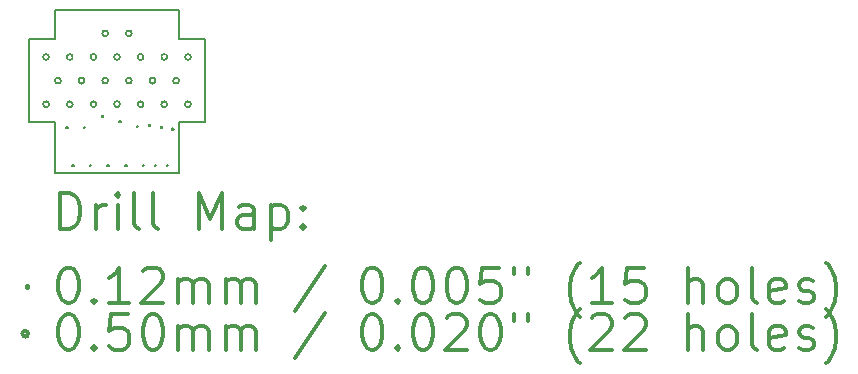
<source format=gbr>
%FSLAX45Y45*%
G04 Gerber Fmt 4.5, Leading zero omitted, Abs format (unit mm)*
G04 Created by KiCad (PCBNEW 4.0.7) date 07/03/18 10:56:48*
%MOMM*%
%LPD*%
G01*
G04 APERTURE LIST*
%ADD10C,0.127000*%
%ADD11C,0.150000*%
%ADD12C,0.200000*%
%ADD13C,0.300000*%
G04 APERTURE END LIST*
D10*
D11*
X16070000Y-9720000D02*
X16050000Y-9720000D01*
X16050000Y-10420000D02*
X16070000Y-10420000D01*
X14600000Y-10420000D02*
X14580000Y-10420000D01*
X14600000Y-9720000D02*
X14580000Y-9720000D01*
X15850000Y-9470000D02*
X14800000Y-9470000D01*
X15850000Y-9720000D02*
X15850000Y-9470000D01*
X14800000Y-9720000D02*
X14800000Y-9470000D01*
X16050000Y-9720000D02*
X15850000Y-9720000D01*
X16070000Y-10420000D02*
X16070000Y-9720000D01*
X15850000Y-10420000D02*
X16050000Y-10420000D01*
X15850000Y-10850000D02*
X15850000Y-10420000D01*
X14600000Y-9720000D02*
X14800000Y-9720000D01*
X14580000Y-10420000D02*
X14580000Y-9720000D01*
X14800000Y-10420000D02*
X14600000Y-10420000D01*
X14800000Y-10850000D02*
X14800000Y-10420000D01*
X15850000Y-10850000D02*
X14800000Y-10850000D01*
D12*
X14893860Y-10460074D02*
X14906360Y-10472574D01*
X14906360Y-10460074D02*
X14893860Y-10472574D01*
X14944190Y-10780622D02*
X14956690Y-10793122D01*
X14956690Y-10780622D02*
X14944190Y-10793122D01*
X15043860Y-10462872D02*
X15056360Y-10475372D01*
X15056360Y-10462872D02*
X15043860Y-10475372D01*
X15094050Y-10780622D02*
X15106550Y-10793122D01*
X15106550Y-10780622D02*
X15094050Y-10793122D01*
X15193860Y-10363046D02*
X15206360Y-10375546D01*
X15206360Y-10363046D02*
X15193860Y-10375546D01*
X15244418Y-10780622D02*
X15256918Y-10793122D01*
X15256918Y-10780622D02*
X15244418Y-10793122D01*
X15343860Y-10408640D02*
X15356360Y-10421140D01*
X15356360Y-10408640D02*
X15343860Y-10421140D01*
X15394278Y-10780622D02*
X15406778Y-10793122D01*
X15406778Y-10780622D02*
X15394278Y-10793122D01*
X15493860Y-10453640D02*
X15506360Y-10466140D01*
X15506360Y-10453640D02*
X15493860Y-10466140D01*
X15544138Y-10780622D02*
X15556638Y-10793122D01*
X15556638Y-10780622D02*
X15544138Y-10793122D01*
X15593922Y-10438484D02*
X15606422Y-10450984D01*
X15606422Y-10438484D02*
X15593922Y-10450984D01*
X15644214Y-10780622D02*
X15656714Y-10793122D01*
X15656714Y-10780622D02*
X15644214Y-10793122D01*
X15694074Y-10454918D02*
X15706574Y-10467418D01*
X15706574Y-10454918D02*
X15694074Y-10467418D01*
X15744290Y-10780622D02*
X15756790Y-10793122D01*
X15756790Y-10780622D02*
X15744290Y-10793122D01*
X15792860Y-10471758D02*
X15805360Y-10484258D01*
X15805360Y-10471758D02*
X15792860Y-10484258D01*
X14750000Y-9870000D02*
G75*
G03X14750000Y-9870000I-25000J0D01*
G01*
X14750000Y-10270000D02*
G75*
G03X14750000Y-10270000I-25000J0D01*
G01*
X14850000Y-10070000D02*
G75*
G03X14850000Y-10070000I-25000J0D01*
G01*
X14950000Y-9870000D02*
G75*
G03X14950000Y-9870000I-25000J0D01*
G01*
X14950000Y-10270000D02*
G75*
G03X14950000Y-10270000I-25000J0D01*
G01*
X15050000Y-10070000D02*
G75*
G03X15050000Y-10070000I-25000J0D01*
G01*
X15150000Y-9870000D02*
G75*
G03X15150000Y-9870000I-25000J0D01*
G01*
X15150000Y-10270000D02*
G75*
G03X15150000Y-10270000I-25000J0D01*
G01*
X15250000Y-9670000D02*
G75*
G03X15250000Y-9670000I-25000J0D01*
G01*
X15250000Y-10070000D02*
G75*
G03X15250000Y-10070000I-25000J0D01*
G01*
X15350000Y-9870000D02*
G75*
G03X15350000Y-9870000I-25000J0D01*
G01*
X15350000Y-10270000D02*
G75*
G03X15350000Y-10270000I-25000J0D01*
G01*
X15450000Y-9670000D02*
G75*
G03X15450000Y-9670000I-25000J0D01*
G01*
X15450000Y-10070000D02*
G75*
G03X15450000Y-10070000I-25000J0D01*
G01*
X15550000Y-9870000D02*
G75*
G03X15550000Y-9870000I-25000J0D01*
G01*
X15550000Y-10270000D02*
G75*
G03X15550000Y-10270000I-25000J0D01*
G01*
X15650000Y-10070000D02*
G75*
G03X15650000Y-10070000I-25000J0D01*
G01*
X15750000Y-9870000D02*
G75*
G03X15750000Y-9870000I-25000J0D01*
G01*
X15750000Y-10270000D02*
G75*
G03X15750000Y-10270000I-25000J0D01*
G01*
X15850000Y-10070000D02*
G75*
G03X15850000Y-10070000I-25000J0D01*
G01*
X15950000Y-9870000D02*
G75*
G03X15950000Y-9870000I-25000J0D01*
G01*
X15950000Y-10270000D02*
G75*
G03X15950000Y-10270000I-25000J0D01*
G01*
D13*
X14843928Y-11323214D02*
X14843928Y-11023214D01*
X14915357Y-11023214D01*
X14958214Y-11037500D01*
X14986786Y-11066072D01*
X15001071Y-11094643D01*
X15015357Y-11151786D01*
X15015357Y-11194643D01*
X15001071Y-11251786D01*
X14986786Y-11280357D01*
X14958214Y-11308929D01*
X14915357Y-11323214D01*
X14843928Y-11323214D01*
X15143928Y-11323214D02*
X15143928Y-11123214D01*
X15143928Y-11180357D02*
X15158214Y-11151786D01*
X15172500Y-11137500D01*
X15201071Y-11123214D01*
X15229643Y-11123214D01*
X15329643Y-11323214D02*
X15329643Y-11123214D01*
X15329643Y-11023214D02*
X15315357Y-11037500D01*
X15329643Y-11051786D01*
X15343928Y-11037500D01*
X15329643Y-11023214D01*
X15329643Y-11051786D01*
X15515357Y-11323214D02*
X15486786Y-11308929D01*
X15472500Y-11280357D01*
X15472500Y-11023214D01*
X15672500Y-11323214D02*
X15643928Y-11308929D01*
X15629643Y-11280357D01*
X15629643Y-11023214D01*
X16015357Y-11323214D02*
X16015357Y-11023214D01*
X16115357Y-11237500D01*
X16215357Y-11023214D01*
X16215357Y-11323214D01*
X16486786Y-11323214D02*
X16486786Y-11166072D01*
X16472500Y-11137500D01*
X16443928Y-11123214D01*
X16386786Y-11123214D01*
X16358214Y-11137500D01*
X16486786Y-11308929D02*
X16458214Y-11323214D01*
X16386786Y-11323214D01*
X16358214Y-11308929D01*
X16343928Y-11280357D01*
X16343928Y-11251786D01*
X16358214Y-11223214D01*
X16386786Y-11208929D01*
X16458214Y-11208929D01*
X16486786Y-11194643D01*
X16629643Y-11123214D02*
X16629643Y-11423214D01*
X16629643Y-11137500D02*
X16658214Y-11123214D01*
X16715357Y-11123214D01*
X16743928Y-11137500D01*
X16758214Y-11151786D01*
X16772500Y-11180357D01*
X16772500Y-11266071D01*
X16758214Y-11294643D01*
X16743928Y-11308929D01*
X16715357Y-11323214D01*
X16658214Y-11323214D01*
X16629643Y-11308929D01*
X16901071Y-11294643D02*
X16915357Y-11308929D01*
X16901071Y-11323214D01*
X16886786Y-11308929D01*
X16901071Y-11294643D01*
X16901071Y-11323214D01*
X16901071Y-11137500D02*
X16915357Y-11151786D01*
X16901071Y-11166072D01*
X16886786Y-11151786D01*
X16901071Y-11137500D01*
X16901071Y-11166072D01*
X14560000Y-11811250D02*
X14572500Y-11823750D01*
X14572500Y-11811250D02*
X14560000Y-11823750D01*
X14901071Y-11653214D02*
X14929643Y-11653214D01*
X14958214Y-11667500D01*
X14972500Y-11681786D01*
X14986786Y-11710357D01*
X15001071Y-11767500D01*
X15001071Y-11838929D01*
X14986786Y-11896071D01*
X14972500Y-11924643D01*
X14958214Y-11938929D01*
X14929643Y-11953214D01*
X14901071Y-11953214D01*
X14872500Y-11938929D01*
X14858214Y-11924643D01*
X14843928Y-11896071D01*
X14829643Y-11838929D01*
X14829643Y-11767500D01*
X14843928Y-11710357D01*
X14858214Y-11681786D01*
X14872500Y-11667500D01*
X14901071Y-11653214D01*
X15129643Y-11924643D02*
X15143928Y-11938929D01*
X15129643Y-11953214D01*
X15115357Y-11938929D01*
X15129643Y-11924643D01*
X15129643Y-11953214D01*
X15429643Y-11953214D02*
X15258214Y-11953214D01*
X15343928Y-11953214D02*
X15343928Y-11653214D01*
X15315357Y-11696071D01*
X15286786Y-11724643D01*
X15258214Y-11738929D01*
X15543928Y-11681786D02*
X15558214Y-11667500D01*
X15586786Y-11653214D01*
X15658214Y-11653214D01*
X15686786Y-11667500D01*
X15701071Y-11681786D01*
X15715357Y-11710357D01*
X15715357Y-11738929D01*
X15701071Y-11781786D01*
X15529643Y-11953214D01*
X15715357Y-11953214D01*
X15843928Y-11953214D02*
X15843928Y-11753214D01*
X15843928Y-11781786D02*
X15858214Y-11767500D01*
X15886786Y-11753214D01*
X15929643Y-11753214D01*
X15958214Y-11767500D01*
X15972500Y-11796071D01*
X15972500Y-11953214D01*
X15972500Y-11796071D02*
X15986786Y-11767500D01*
X16015357Y-11753214D01*
X16058214Y-11753214D01*
X16086786Y-11767500D01*
X16101071Y-11796071D01*
X16101071Y-11953214D01*
X16243928Y-11953214D02*
X16243928Y-11753214D01*
X16243928Y-11781786D02*
X16258214Y-11767500D01*
X16286786Y-11753214D01*
X16329643Y-11753214D01*
X16358214Y-11767500D01*
X16372500Y-11796071D01*
X16372500Y-11953214D01*
X16372500Y-11796071D02*
X16386786Y-11767500D01*
X16415357Y-11753214D01*
X16458214Y-11753214D01*
X16486786Y-11767500D01*
X16501071Y-11796071D01*
X16501071Y-11953214D01*
X17086786Y-11638929D02*
X16829643Y-12024643D01*
X17472500Y-11653214D02*
X17501071Y-11653214D01*
X17529643Y-11667500D01*
X17543928Y-11681786D01*
X17558214Y-11710357D01*
X17572500Y-11767500D01*
X17572500Y-11838929D01*
X17558214Y-11896071D01*
X17543928Y-11924643D01*
X17529643Y-11938929D01*
X17501071Y-11953214D01*
X17472500Y-11953214D01*
X17443928Y-11938929D01*
X17429643Y-11924643D01*
X17415357Y-11896071D01*
X17401071Y-11838929D01*
X17401071Y-11767500D01*
X17415357Y-11710357D01*
X17429643Y-11681786D01*
X17443928Y-11667500D01*
X17472500Y-11653214D01*
X17701071Y-11924643D02*
X17715357Y-11938929D01*
X17701071Y-11953214D01*
X17686786Y-11938929D01*
X17701071Y-11924643D01*
X17701071Y-11953214D01*
X17901071Y-11653214D02*
X17929643Y-11653214D01*
X17958214Y-11667500D01*
X17972500Y-11681786D01*
X17986786Y-11710357D01*
X18001071Y-11767500D01*
X18001071Y-11838929D01*
X17986786Y-11896071D01*
X17972500Y-11924643D01*
X17958214Y-11938929D01*
X17929643Y-11953214D01*
X17901071Y-11953214D01*
X17872500Y-11938929D01*
X17858214Y-11924643D01*
X17843928Y-11896071D01*
X17829643Y-11838929D01*
X17829643Y-11767500D01*
X17843928Y-11710357D01*
X17858214Y-11681786D01*
X17872500Y-11667500D01*
X17901071Y-11653214D01*
X18186786Y-11653214D02*
X18215357Y-11653214D01*
X18243928Y-11667500D01*
X18258214Y-11681786D01*
X18272500Y-11710357D01*
X18286786Y-11767500D01*
X18286786Y-11838929D01*
X18272500Y-11896071D01*
X18258214Y-11924643D01*
X18243928Y-11938929D01*
X18215357Y-11953214D01*
X18186786Y-11953214D01*
X18158214Y-11938929D01*
X18143928Y-11924643D01*
X18129643Y-11896071D01*
X18115357Y-11838929D01*
X18115357Y-11767500D01*
X18129643Y-11710357D01*
X18143928Y-11681786D01*
X18158214Y-11667500D01*
X18186786Y-11653214D01*
X18558214Y-11653214D02*
X18415357Y-11653214D01*
X18401071Y-11796071D01*
X18415357Y-11781786D01*
X18443928Y-11767500D01*
X18515357Y-11767500D01*
X18543928Y-11781786D01*
X18558214Y-11796071D01*
X18572500Y-11824643D01*
X18572500Y-11896071D01*
X18558214Y-11924643D01*
X18543928Y-11938929D01*
X18515357Y-11953214D01*
X18443928Y-11953214D01*
X18415357Y-11938929D01*
X18401071Y-11924643D01*
X18686786Y-11653214D02*
X18686786Y-11710357D01*
X18801071Y-11653214D02*
X18801071Y-11710357D01*
X19243928Y-12067500D02*
X19229643Y-12053214D01*
X19201071Y-12010357D01*
X19186786Y-11981786D01*
X19172500Y-11938929D01*
X19158214Y-11867500D01*
X19158214Y-11810357D01*
X19172500Y-11738929D01*
X19186786Y-11696071D01*
X19201071Y-11667500D01*
X19229643Y-11624643D01*
X19243928Y-11610357D01*
X19515357Y-11953214D02*
X19343928Y-11953214D01*
X19429643Y-11953214D02*
X19429643Y-11653214D01*
X19401071Y-11696071D01*
X19372500Y-11724643D01*
X19343928Y-11738929D01*
X19786786Y-11653214D02*
X19643928Y-11653214D01*
X19629643Y-11796071D01*
X19643928Y-11781786D01*
X19672500Y-11767500D01*
X19743928Y-11767500D01*
X19772500Y-11781786D01*
X19786786Y-11796071D01*
X19801071Y-11824643D01*
X19801071Y-11896071D01*
X19786786Y-11924643D01*
X19772500Y-11938929D01*
X19743928Y-11953214D01*
X19672500Y-11953214D01*
X19643928Y-11938929D01*
X19629643Y-11924643D01*
X20158214Y-11953214D02*
X20158214Y-11653214D01*
X20286786Y-11953214D02*
X20286786Y-11796071D01*
X20272500Y-11767500D01*
X20243928Y-11753214D01*
X20201071Y-11753214D01*
X20172500Y-11767500D01*
X20158214Y-11781786D01*
X20472500Y-11953214D02*
X20443928Y-11938929D01*
X20429643Y-11924643D01*
X20415357Y-11896071D01*
X20415357Y-11810357D01*
X20429643Y-11781786D01*
X20443928Y-11767500D01*
X20472500Y-11753214D01*
X20515357Y-11753214D01*
X20543928Y-11767500D01*
X20558214Y-11781786D01*
X20572500Y-11810357D01*
X20572500Y-11896071D01*
X20558214Y-11924643D01*
X20543928Y-11938929D01*
X20515357Y-11953214D01*
X20472500Y-11953214D01*
X20743928Y-11953214D02*
X20715357Y-11938929D01*
X20701071Y-11910357D01*
X20701071Y-11653214D01*
X20972500Y-11938929D02*
X20943929Y-11953214D01*
X20886786Y-11953214D01*
X20858214Y-11938929D01*
X20843929Y-11910357D01*
X20843929Y-11796071D01*
X20858214Y-11767500D01*
X20886786Y-11753214D01*
X20943929Y-11753214D01*
X20972500Y-11767500D01*
X20986786Y-11796071D01*
X20986786Y-11824643D01*
X20843929Y-11853214D01*
X21101071Y-11938929D02*
X21129643Y-11953214D01*
X21186786Y-11953214D01*
X21215357Y-11938929D01*
X21229643Y-11910357D01*
X21229643Y-11896071D01*
X21215357Y-11867500D01*
X21186786Y-11853214D01*
X21143929Y-11853214D01*
X21115357Y-11838929D01*
X21101071Y-11810357D01*
X21101071Y-11796071D01*
X21115357Y-11767500D01*
X21143929Y-11753214D01*
X21186786Y-11753214D01*
X21215357Y-11767500D01*
X21329643Y-12067500D02*
X21343929Y-12053214D01*
X21372500Y-12010357D01*
X21386786Y-11981786D01*
X21401071Y-11938929D01*
X21415357Y-11867500D01*
X21415357Y-11810357D01*
X21401071Y-11738929D01*
X21386786Y-11696071D01*
X21372500Y-11667500D01*
X21343929Y-11624643D01*
X21329643Y-11610357D01*
X14572500Y-12213500D02*
G75*
G03X14572500Y-12213500I-25000J0D01*
G01*
X14901071Y-12049214D02*
X14929643Y-12049214D01*
X14958214Y-12063500D01*
X14972500Y-12077786D01*
X14986786Y-12106357D01*
X15001071Y-12163500D01*
X15001071Y-12234929D01*
X14986786Y-12292071D01*
X14972500Y-12320643D01*
X14958214Y-12334929D01*
X14929643Y-12349214D01*
X14901071Y-12349214D01*
X14872500Y-12334929D01*
X14858214Y-12320643D01*
X14843928Y-12292071D01*
X14829643Y-12234929D01*
X14829643Y-12163500D01*
X14843928Y-12106357D01*
X14858214Y-12077786D01*
X14872500Y-12063500D01*
X14901071Y-12049214D01*
X15129643Y-12320643D02*
X15143928Y-12334929D01*
X15129643Y-12349214D01*
X15115357Y-12334929D01*
X15129643Y-12320643D01*
X15129643Y-12349214D01*
X15415357Y-12049214D02*
X15272500Y-12049214D01*
X15258214Y-12192071D01*
X15272500Y-12177786D01*
X15301071Y-12163500D01*
X15372500Y-12163500D01*
X15401071Y-12177786D01*
X15415357Y-12192071D01*
X15429643Y-12220643D01*
X15429643Y-12292071D01*
X15415357Y-12320643D01*
X15401071Y-12334929D01*
X15372500Y-12349214D01*
X15301071Y-12349214D01*
X15272500Y-12334929D01*
X15258214Y-12320643D01*
X15615357Y-12049214D02*
X15643928Y-12049214D01*
X15672500Y-12063500D01*
X15686786Y-12077786D01*
X15701071Y-12106357D01*
X15715357Y-12163500D01*
X15715357Y-12234929D01*
X15701071Y-12292071D01*
X15686786Y-12320643D01*
X15672500Y-12334929D01*
X15643928Y-12349214D01*
X15615357Y-12349214D01*
X15586786Y-12334929D01*
X15572500Y-12320643D01*
X15558214Y-12292071D01*
X15543928Y-12234929D01*
X15543928Y-12163500D01*
X15558214Y-12106357D01*
X15572500Y-12077786D01*
X15586786Y-12063500D01*
X15615357Y-12049214D01*
X15843928Y-12349214D02*
X15843928Y-12149214D01*
X15843928Y-12177786D02*
X15858214Y-12163500D01*
X15886786Y-12149214D01*
X15929643Y-12149214D01*
X15958214Y-12163500D01*
X15972500Y-12192071D01*
X15972500Y-12349214D01*
X15972500Y-12192071D02*
X15986786Y-12163500D01*
X16015357Y-12149214D01*
X16058214Y-12149214D01*
X16086786Y-12163500D01*
X16101071Y-12192071D01*
X16101071Y-12349214D01*
X16243928Y-12349214D02*
X16243928Y-12149214D01*
X16243928Y-12177786D02*
X16258214Y-12163500D01*
X16286786Y-12149214D01*
X16329643Y-12149214D01*
X16358214Y-12163500D01*
X16372500Y-12192071D01*
X16372500Y-12349214D01*
X16372500Y-12192071D02*
X16386786Y-12163500D01*
X16415357Y-12149214D01*
X16458214Y-12149214D01*
X16486786Y-12163500D01*
X16501071Y-12192071D01*
X16501071Y-12349214D01*
X17086786Y-12034929D02*
X16829643Y-12420643D01*
X17472500Y-12049214D02*
X17501071Y-12049214D01*
X17529643Y-12063500D01*
X17543928Y-12077786D01*
X17558214Y-12106357D01*
X17572500Y-12163500D01*
X17572500Y-12234929D01*
X17558214Y-12292071D01*
X17543928Y-12320643D01*
X17529643Y-12334929D01*
X17501071Y-12349214D01*
X17472500Y-12349214D01*
X17443928Y-12334929D01*
X17429643Y-12320643D01*
X17415357Y-12292071D01*
X17401071Y-12234929D01*
X17401071Y-12163500D01*
X17415357Y-12106357D01*
X17429643Y-12077786D01*
X17443928Y-12063500D01*
X17472500Y-12049214D01*
X17701071Y-12320643D02*
X17715357Y-12334929D01*
X17701071Y-12349214D01*
X17686786Y-12334929D01*
X17701071Y-12320643D01*
X17701071Y-12349214D01*
X17901071Y-12049214D02*
X17929643Y-12049214D01*
X17958214Y-12063500D01*
X17972500Y-12077786D01*
X17986786Y-12106357D01*
X18001071Y-12163500D01*
X18001071Y-12234929D01*
X17986786Y-12292071D01*
X17972500Y-12320643D01*
X17958214Y-12334929D01*
X17929643Y-12349214D01*
X17901071Y-12349214D01*
X17872500Y-12334929D01*
X17858214Y-12320643D01*
X17843928Y-12292071D01*
X17829643Y-12234929D01*
X17829643Y-12163500D01*
X17843928Y-12106357D01*
X17858214Y-12077786D01*
X17872500Y-12063500D01*
X17901071Y-12049214D01*
X18115357Y-12077786D02*
X18129643Y-12063500D01*
X18158214Y-12049214D01*
X18229643Y-12049214D01*
X18258214Y-12063500D01*
X18272500Y-12077786D01*
X18286786Y-12106357D01*
X18286786Y-12134929D01*
X18272500Y-12177786D01*
X18101071Y-12349214D01*
X18286786Y-12349214D01*
X18472500Y-12049214D02*
X18501071Y-12049214D01*
X18529643Y-12063500D01*
X18543928Y-12077786D01*
X18558214Y-12106357D01*
X18572500Y-12163500D01*
X18572500Y-12234929D01*
X18558214Y-12292071D01*
X18543928Y-12320643D01*
X18529643Y-12334929D01*
X18501071Y-12349214D01*
X18472500Y-12349214D01*
X18443928Y-12334929D01*
X18429643Y-12320643D01*
X18415357Y-12292071D01*
X18401071Y-12234929D01*
X18401071Y-12163500D01*
X18415357Y-12106357D01*
X18429643Y-12077786D01*
X18443928Y-12063500D01*
X18472500Y-12049214D01*
X18686786Y-12049214D02*
X18686786Y-12106357D01*
X18801071Y-12049214D02*
X18801071Y-12106357D01*
X19243928Y-12463500D02*
X19229643Y-12449214D01*
X19201071Y-12406357D01*
X19186786Y-12377786D01*
X19172500Y-12334929D01*
X19158214Y-12263500D01*
X19158214Y-12206357D01*
X19172500Y-12134929D01*
X19186786Y-12092071D01*
X19201071Y-12063500D01*
X19229643Y-12020643D01*
X19243928Y-12006357D01*
X19343928Y-12077786D02*
X19358214Y-12063500D01*
X19386786Y-12049214D01*
X19458214Y-12049214D01*
X19486786Y-12063500D01*
X19501071Y-12077786D01*
X19515357Y-12106357D01*
X19515357Y-12134929D01*
X19501071Y-12177786D01*
X19329643Y-12349214D01*
X19515357Y-12349214D01*
X19629643Y-12077786D02*
X19643928Y-12063500D01*
X19672500Y-12049214D01*
X19743928Y-12049214D01*
X19772500Y-12063500D01*
X19786786Y-12077786D01*
X19801071Y-12106357D01*
X19801071Y-12134929D01*
X19786786Y-12177786D01*
X19615357Y-12349214D01*
X19801071Y-12349214D01*
X20158214Y-12349214D02*
X20158214Y-12049214D01*
X20286786Y-12349214D02*
X20286786Y-12192071D01*
X20272500Y-12163500D01*
X20243928Y-12149214D01*
X20201071Y-12149214D01*
X20172500Y-12163500D01*
X20158214Y-12177786D01*
X20472500Y-12349214D02*
X20443928Y-12334929D01*
X20429643Y-12320643D01*
X20415357Y-12292071D01*
X20415357Y-12206357D01*
X20429643Y-12177786D01*
X20443928Y-12163500D01*
X20472500Y-12149214D01*
X20515357Y-12149214D01*
X20543928Y-12163500D01*
X20558214Y-12177786D01*
X20572500Y-12206357D01*
X20572500Y-12292071D01*
X20558214Y-12320643D01*
X20543928Y-12334929D01*
X20515357Y-12349214D01*
X20472500Y-12349214D01*
X20743928Y-12349214D02*
X20715357Y-12334929D01*
X20701071Y-12306357D01*
X20701071Y-12049214D01*
X20972500Y-12334929D02*
X20943929Y-12349214D01*
X20886786Y-12349214D01*
X20858214Y-12334929D01*
X20843929Y-12306357D01*
X20843929Y-12192071D01*
X20858214Y-12163500D01*
X20886786Y-12149214D01*
X20943929Y-12149214D01*
X20972500Y-12163500D01*
X20986786Y-12192071D01*
X20986786Y-12220643D01*
X20843929Y-12249214D01*
X21101071Y-12334929D02*
X21129643Y-12349214D01*
X21186786Y-12349214D01*
X21215357Y-12334929D01*
X21229643Y-12306357D01*
X21229643Y-12292071D01*
X21215357Y-12263500D01*
X21186786Y-12249214D01*
X21143929Y-12249214D01*
X21115357Y-12234929D01*
X21101071Y-12206357D01*
X21101071Y-12192071D01*
X21115357Y-12163500D01*
X21143929Y-12149214D01*
X21186786Y-12149214D01*
X21215357Y-12163500D01*
X21329643Y-12463500D02*
X21343929Y-12449214D01*
X21372500Y-12406357D01*
X21386786Y-12377786D01*
X21401071Y-12334929D01*
X21415357Y-12263500D01*
X21415357Y-12206357D01*
X21401071Y-12134929D01*
X21386786Y-12092071D01*
X21372500Y-12063500D01*
X21343929Y-12020643D01*
X21329643Y-12006357D01*
M02*

</source>
